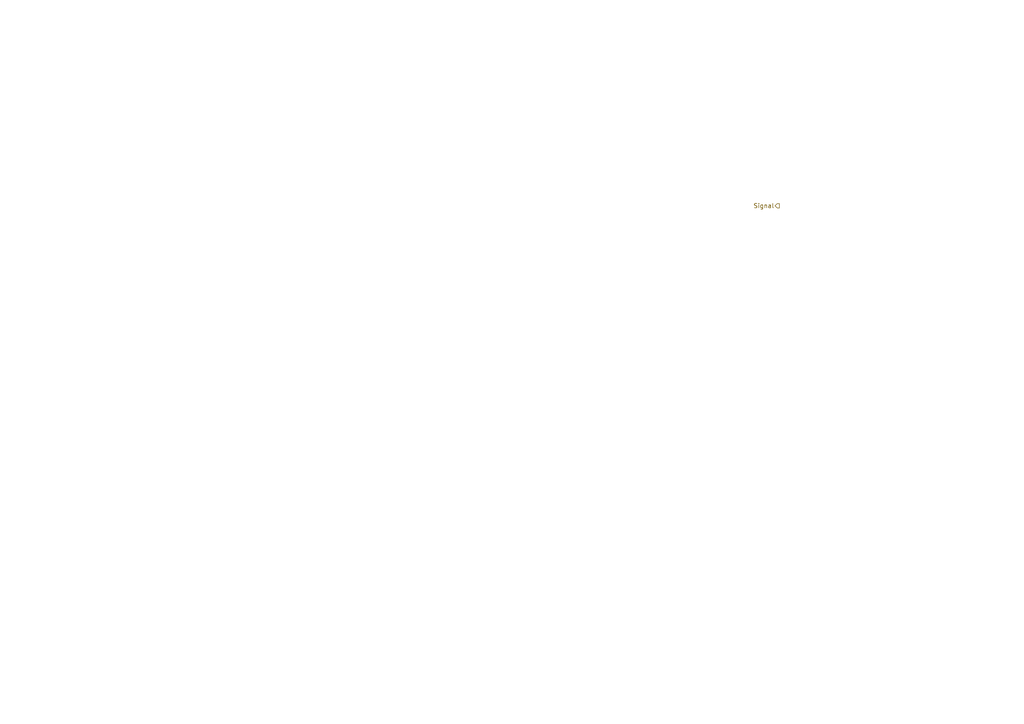
<source format=kicad_sch>
(kicad_sch (version 20230121) (generator eeschema)
  (paper "A4")
  (lib_symbols)
  (hierarchical_label "Signal" (shape output) (at 226.06 59.69 180))
)
</source>
